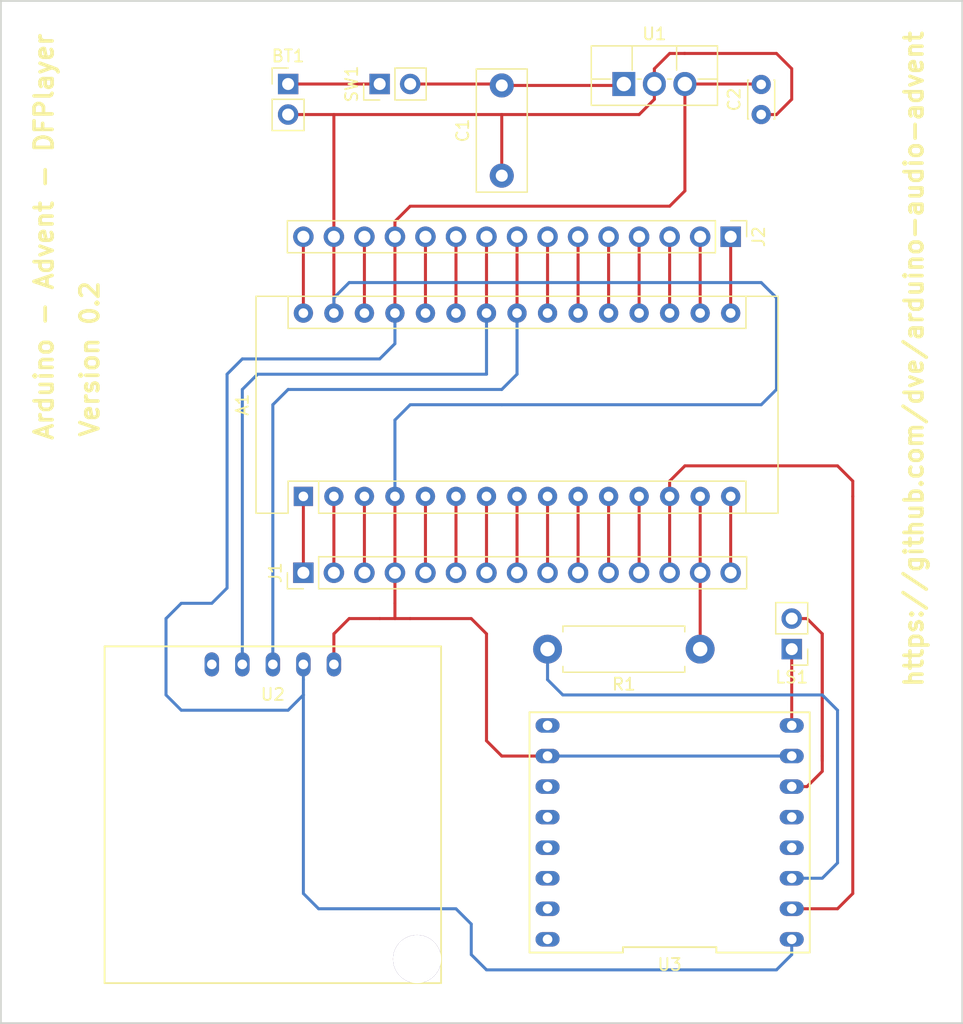
<source format=kicad_pcb>
(kicad_pcb (version 20171130) (host pcbnew 5.0.2+dfsg1-1)

  (general
    (thickness 1.6)
    (drawings 7)
    (tracks 139)
    (zones 0)
    (modules 12)
    (nets 35)
  )

  (page A4)
  (layers
    (0 F.Cu signal)
    (31 B.Cu signal)
    (32 B.Adhes user)
    (33 F.Adhes user)
    (34 B.Paste user)
    (35 F.Paste user)
    (36 B.SilkS user)
    (37 F.SilkS user)
    (38 B.Mask user)
    (39 F.Mask user)
    (40 Dwgs.User user)
    (41 Cmts.User user)
    (42 Eco1.User user)
    (43 Eco2.User user)
    (44 Edge.Cuts user)
    (45 Margin user)
    (46 B.CrtYd user)
    (47 F.CrtYd user)
    (48 B.Fab user hide)
    (49 F.Fab user)
  )

  (setup
    (last_trace_width 0.25)
    (trace_clearance 0.2)
    (zone_clearance 0.508)
    (zone_45_only no)
    (trace_min 0.2)
    (segment_width 0.2)
    (edge_width 0.15)
    (via_size 0.8)
    (via_drill 0.4)
    (via_min_size 0.4)
    (via_min_drill 0.3)
    (uvia_size 0.3)
    (uvia_drill 0.1)
    (uvias_allowed no)
    (uvia_min_size 0.2)
    (uvia_min_drill 0.1)
    (pcb_text_width 0.3)
    (pcb_text_size 1.5 1.5)
    (mod_edge_width 0.15)
    (mod_text_size 1 1)
    (mod_text_width 0.15)
    (pad_size 1.524 1.524)
    (pad_drill 0.762)
    (pad_to_mask_clearance 0.2)
    (solder_mask_min_width 0.25)
    (aux_axis_origin 0 0)
    (visible_elements FFFFFFFF)
    (pcbplotparams
      (layerselection 0x010f0_ffffffff)
      (usegerberextensions false)
      (usegerberattributes false)
      (usegerberadvancedattributes false)
      (creategerberjobfile false)
      (excludeedgelayer true)
      (linewidth 0.100000)
      (plotframeref false)
      (viasonmask false)
      (mode 1)
      (useauxorigin false)
      (hpglpennumber 1)
      (hpglpenspeed 20)
      (hpglpendiameter 15.000000)
      (psnegative false)
      (psa4output false)
      (plotreference true)
      (plotvalue true)
      (plotinvisibletext false)
      (padsonsilk false)
      (subtractmaskfromsilk false)
      (outputformat 1)
      (mirror false)
      (drillshape 0)
      (scaleselection 1)
      (outputdirectory "jlcpcb-gbr/"))
  )

  (net 0 "")
  (net 1 GND)
  (net 2 5V)
  (net 3 "Net-(BT1-Pad1)")
  (net 4 "Net-(C1-Pad2)")
  (net 5 "Net-(LS1-Pad2)")
  (net 6 "Net-(LS1-Pad1)")
  (net 7 "Net-(R1-Pad2)")
  (net 8 /D1)
  (net 9 /3V3)
  (net 10 /D0)
  (net 11 /Aref)
  (net 12 /Reset3)
  (net 13 /A0)
  (net 14 /A1)
  (net 15 /D2)
  (net 16 /A2)
  (net 17 /D3)
  (net 18 /A3)
  (net 19 /D4)
  (net 20 /D5)
  (net 21 /D6)
  (net 22 /A6)
  (net 23 /D7)
  (net 24 /A7)
  (net 25 /D8)
  (net 26 /D9)
  (net 27 /Reset28)
  (net 28 /Vin)
  (net 29 /D12)
  (net 30 /D13)
  (net 31 /A4)
  (net 32 /A5)
  (net 33 /D10)
  (net 34 /D11)

  (net_class Default "Dies ist die voreingestellte Netzklasse."
    (clearance 0.2)
    (trace_width 0.25)
    (via_dia 0.8)
    (via_drill 0.4)
    (uvia_dia 0.3)
    (uvia_drill 0.1)
    (add_net /3V3)
    (add_net /A0)
    (add_net /A1)
    (add_net /A2)
    (add_net /A3)
    (add_net /A4)
    (add_net /A5)
    (add_net /A6)
    (add_net /A7)
    (add_net /Aref)
    (add_net /D0)
    (add_net /D1)
    (add_net /D10)
    (add_net /D11)
    (add_net /D12)
    (add_net /D13)
    (add_net /D2)
    (add_net /D3)
    (add_net /D4)
    (add_net /D5)
    (add_net /D6)
    (add_net /D7)
    (add_net /D8)
    (add_net /D9)
    (add_net /Reset28)
    (add_net /Reset3)
    (add_net /Vin)
    (add_net 5V)
    (add_net GND)
    (add_net "Net-(BT1-Pad1)")
    (add_net "Net-(C1-Pad2)")
    (add_net "Net-(LS1-Pad1)")
    (add_net "Net-(LS1-Pad2)")
    (add_net "Net-(R1-Pad2)")
  )

  (module Advent:DFPlayerMini (layer F.Cu) (tedit 5C5EFFE8) (tstamp 5C7DD860)
    (at 120.65 104.14 90)
    (path /5C60D3F1)
    (fp_text reference U3 (at -10.99 0 -180) (layer F.SilkS)
      (effects (font (size 1 1) (thickness 0.15)))
    )
    (fp_text value DFPlayerMini (at 0 0 90) (layer F.Fab)
      (effects (font (size 1 1) (thickness 0.15)))
    )
    (fp_line (start -9.99 11.66) (end 9.99 11.66) (layer F.SilkS) (width 0.15))
    (fp_line (start 9.99 11.66) (end 9.99 -11.66) (layer F.SilkS) (width 0.15))
    (fp_line (start 9.99 -11.66) (end -9.99 -11.66) (layer F.SilkS) (width 0.15))
    (fp_line (start -9.99 -11.66) (end -9.99 -3.886666) (layer F.SilkS) (width 0.15))
    (fp_line (start -9.99 -3.886666) (end -9.54 -3.886666) (layer F.SilkS) (width 0.15))
    (fp_line (start -9.54 -3.886666) (end -9.54 3.886666) (layer F.SilkS) (width 0.15))
    (fp_line (start -9.54 3.886666) (end -9.99 3.886666) (layer F.SilkS) (width 0.15))
    (fp_line (start -9.99 3.886666) (end -9.99 11.66) (layer F.SilkS) (width 0.15))
    (fp_line (start -10.15 -11.8) (end 10.15 -11.8) (layer F.CrtYd) (width 0.05))
    (fp_line (start 10.15 -11.8) (end 10.15 11.8) (layer F.CrtYd) (width 0.05))
    (fp_line (start 10.15 11.8) (end -10.15 11.8) (layer F.CrtYd) (width 0.05))
    (fp_line (start -10.15 11.8) (end -10.15 -11.8) (layer F.CrtYd) (width 0.05))
    (pad 16 thru_hole oval (at -8.89 -10.16 90) (size 1.2 2) (drill 0.8) (layers *.Cu *.Mask))
    (pad 1 thru_hole oval (at -8.89 10.16 90) (size 1.2 2) (drill 0.8) (layers *.Cu *.Mask)
      (net 2 5V))
    (pad 15 thru_hole oval (at -6.35 -10.16 90) (size 1.2 2) (drill 0.8) (layers *.Cu *.Mask))
    (pad 2 thru_hole oval (at -6.35 10.16 90) (size 1.2 2) (drill 0.8) (layers *.Cu *.Mask)
      (net 33 /D10))
    (pad 14 thru_hole oval (at -3.81 -10.16 90) (size 1.2 2) (drill 0.8) (layers *.Cu *.Mask))
    (pad 3 thru_hole oval (at -3.81 10.16 90) (size 1.2 2) (drill 0.8) (layers *.Cu *.Mask)
      (net 7 "Net-(R1-Pad2)"))
    (pad 13 thru_hole oval (at -1.27 -10.16 90) (size 1.2 2) (drill 0.8) (layers *.Cu *.Mask))
    (pad 4 thru_hole oval (at -1.27 10.16 90) (size 1.2 2) (drill 0.8) (layers *.Cu *.Mask))
    (pad 12 thru_hole oval (at 1.27 -10.16 90) (size 1.2 2) (drill 0.8) (layers *.Cu *.Mask))
    (pad 5 thru_hole oval (at 1.27 10.16 90) (size 1.2 2) (drill 0.8) (layers *.Cu *.Mask))
    (pad 11 thru_hole oval (at 3.81 -10.16 90) (size 1.2 2) (drill 0.8) (layers *.Cu *.Mask))
    (pad 6 thru_hole oval (at 3.81 10.16 90) (size 1.2 2) (drill 0.8) (layers *.Cu *.Mask)
      (net 5 "Net-(LS1-Pad2)"))
    (pad 10 thru_hole oval (at 6.35 -10.16 90) (size 1.2 2) (drill 0.8) (layers *.Cu *.Mask)
      (net 1 GND))
    (pad 7 thru_hole oval (at 6.35 10.16 90) (size 1.2 2) (drill 0.8) (layers *.Cu *.Mask)
      (net 1 GND))
    (pad 9 thru_hole oval (at 8.89 -10.16 90) (size 1.2 2) (drill 0.8) (layers *.Cu *.Mask))
    (pad 8 thru_hole oval (at 8.89 10.16 90) (size 1.2 2) (drill 0.8) (layers *.Cu *.Mask)
      (net 6 "Net-(LS1-Pad1)"))
  )

  (module Resistor_THT:R_Axial_DIN0411_L9.9mm_D3.6mm_P12.70mm_Horizontal (layer F.Cu) (tedit 5AE5139B) (tstamp 5C7DEC9F)
    (at 123.19 88.9 180)
    (descr "Resistor, Axial_DIN0411 series, Axial, Horizontal, pin pitch=12.7mm, 1W, length*diameter=9.9*3.6mm^2")
    (tags "Resistor Axial_DIN0411 series Axial Horizontal pin pitch 12.7mm 1W length 9.9mm diameter 3.6mm")
    (path /5C60855E)
    (fp_text reference R1 (at 6.35 -2.92 180) (layer F.SilkS)
      (effects (font (size 1 1) (thickness 0.15)))
    )
    (fp_text value R (at 6.35 2.92 180) (layer F.Fab)
      (effects (font (size 1 1) (thickness 0.15)))
    )
    (fp_line (start 1.4 -1.8) (end 1.4 1.8) (layer F.Fab) (width 0.1))
    (fp_line (start 1.4 1.8) (end 11.3 1.8) (layer F.Fab) (width 0.1))
    (fp_line (start 11.3 1.8) (end 11.3 -1.8) (layer F.Fab) (width 0.1))
    (fp_line (start 11.3 -1.8) (end 1.4 -1.8) (layer F.Fab) (width 0.1))
    (fp_line (start 0 0) (end 1.4 0) (layer F.Fab) (width 0.1))
    (fp_line (start 12.7 0) (end 11.3 0) (layer F.Fab) (width 0.1))
    (fp_line (start 1.28 -1.44) (end 1.28 -1.92) (layer F.SilkS) (width 0.12))
    (fp_line (start 1.28 -1.92) (end 11.42 -1.92) (layer F.SilkS) (width 0.12))
    (fp_line (start 11.42 -1.92) (end 11.42 -1.44) (layer F.SilkS) (width 0.12))
    (fp_line (start 1.28 1.44) (end 1.28 1.92) (layer F.SilkS) (width 0.12))
    (fp_line (start 1.28 1.92) (end 11.42 1.92) (layer F.SilkS) (width 0.12))
    (fp_line (start 11.42 1.92) (end 11.42 1.44) (layer F.SilkS) (width 0.12))
    (fp_line (start -1.45 -2.05) (end -1.45 2.05) (layer F.CrtYd) (width 0.05))
    (fp_line (start -1.45 2.05) (end 14.15 2.05) (layer F.CrtYd) (width 0.05))
    (fp_line (start 14.15 2.05) (end 14.15 -2.05) (layer F.CrtYd) (width 0.05))
    (fp_line (start 14.15 -2.05) (end -1.45 -2.05) (layer F.CrtYd) (width 0.05))
    (fp_text user %R (at 6.35 0 180) (layer F.Fab)
      (effects (font (size 1 1) (thickness 0.15)))
    )
    (pad 1 thru_hole circle (at 0 0 180) (size 2.4 2.4) (drill 1.2) (layers *.Cu *.Mask)
      (net 34 /D11))
    (pad 2 thru_hole oval (at 12.7 0 180) (size 2.4 2.4) (drill 1.2) (layers *.Cu *.Mask)
      (net 7 "Net-(R1-Pad2)"))
    (model ${KISYS3DMOD}/Resistor_THT.3dshapes/R_Axial_DIN0411_L9.9mm_D3.6mm_P12.70mm_Horizontal.wrl
      (at (xyz 0 0 0))
      (scale (xyz 1 1 1))
      (rotate (xyz 0 0 0))
    )
  )

  (module Module:Arduino_Nano (layer F.Cu) (tedit 58ACAF70) (tstamp 5C7DD919)
    (at 90.17 76.2 90)
    (descr "Arduino Nano, http://www.mouser.com/pdfdocs/Gravitech_Arduino_Nano3_0.pdf")
    (tags "Arduino Nano")
    (path /5C5F4838)
    (fp_text reference A1 (at 7.62 -5.08 90) (layer F.SilkS)
      (effects (font (size 1 1) (thickness 0.15)))
    )
    (fp_text value Arduino_Nano_v3.x (at 8.89 19.05 180) (layer F.Fab)
      (effects (font (size 1 1) (thickness 0.15)))
    )
    (fp_text user %R (at 6.35 19.05 180) (layer F.Fab)
      (effects (font (size 1 1) (thickness 0.15)))
    )
    (fp_line (start 1.27 1.27) (end 1.27 -1.27) (layer F.SilkS) (width 0.12))
    (fp_line (start 1.27 -1.27) (end -1.4 -1.27) (layer F.SilkS) (width 0.12))
    (fp_line (start -1.4 1.27) (end -1.4 39.5) (layer F.SilkS) (width 0.12))
    (fp_line (start -1.4 -3.94) (end -1.4 -1.27) (layer F.SilkS) (width 0.12))
    (fp_line (start 13.97 -1.27) (end 16.64 -1.27) (layer F.SilkS) (width 0.12))
    (fp_line (start 13.97 -1.27) (end 13.97 36.83) (layer F.SilkS) (width 0.12))
    (fp_line (start 13.97 36.83) (end 16.64 36.83) (layer F.SilkS) (width 0.12))
    (fp_line (start 1.27 1.27) (end -1.4 1.27) (layer F.SilkS) (width 0.12))
    (fp_line (start 1.27 1.27) (end 1.27 36.83) (layer F.SilkS) (width 0.12))
    (fp_line (start 1.27 36.83) (end -1.4 36.83) (layer F.SilkS) (width 0.12))
    (fp_line (start 3.81 31.75) (end 11.43 31.75) (layer F.Fab) (width 0.1))
    (fp_line (start 11.43 31.75) (end 11.43 41.91) (layer F.Fab) (width 0.1))
    (fp_line (start 11.43 41.91) (end 3.81 41.91) (layer F.Fab) (width 0.1))
    (fp_line (start 3.81 41.91) (end 3.81 31.75) (layer F.Fab) (width 0.1))
    (fp_line (start -1.4 39.5) (end 16.64 39.5) (layer F.SilkS) (width 0.12))
    (fp_line (start 16.64 39.5) (end 16.64 -3.94) (layer F.SilkS) (width 0.12))
    (fp_line (start 16.64 -3.94) (end -1.4 -3.94) (layer F.SilkS) (width 0.12))
    (fp_line (start 16.51 39.37) (end -1.27 39.37) (layer F.Fab) (width 0.1))
    (fp_line (start -1.27 39.37) (end -1.27 -2.54) (layer F.Fab) (width 0.1))
    (fp_line (start -1.27 -2.54) (end 0 -3.81) (layer F.Fab) (width 0.1))
    (fp_line (start 0 -3.81) (end 16.51 -3.81) (layer F.Fab) (width 0.1))
    (fp_line (start 16.51 -3.81) (end 16.51 39.37) (layer F.Fab) (width 0.1))
    (fp_line (start -1.53 -4.06) (end 16.75 -4.06) (layer F.CrtYd) (width 0.05))
    (fp_line (start -1.53 -4.06) (end -1.53 42.16) (layer F.CrtYd) (width 0.05))
    (fp_line (start 16.75 42.16) (end 16.75 -4.06) (layer F.CrtYd) (width 0.05))
    (fp_line (start 16.75 42.16) (end -1.53 42.16) (layer F.CrtYd) (width 0.05))
    (pad 1 thru_hole rect (at 0 0 90) (size 1.6 1.6) (drill 0.8) (layers *.Cu *.Mask)
      (net 8 /D1))
    (pad 17 thru_hole oval (at 15.24 33.02 90) (size 1.6 1.6) (drill 0.8) (layers *.Cu *.Mask)
      (net 9 /3V3))
    (pad 2 thru_hole oval (at 0 2.54 90) (size 1.6 1.6) (drill 0.8) (layers *.Cu *.Mask)
      (net 10 /D0))
    (pad 18 thru_hole oval (at 15.24 30.48 90) (size 1.6 1.6) (drill 0.8) (layers *.Cu *.Mask)
      (net 11 /Aref))
    (pad 3 thru_hole oval (at 0 5.08 90) (size 1.6 1.6) (drill 0.8) (layers *.Cu *.Mask)
      (net 12 /Reset3))
    (pad 19 thru_hole oval (at 15.24 27.94 90) (size 1.6 1.6) (drill 0.8) (layers *.Cu *.Mask)
      (net 13 /A0))
    (pad 4 thru_hole oval (at 0 7.62 90) (size 1.6 1.6) (drill 0.8) (layers *.Cu *.Mask)
      (net 1 GND))
    (pad 20 thru_hole oval (at 15.24 25.4 90) (size 1.6 1.6) (drill 0.8) (layers *.Cu *.Mask)
      (net 14 /A1))
    (pad 5 thru_hole oval (at 0 10.16 90) (size 1.6 1.6) (drill 0.8) (layers *.Cu *.Mask)
      (net 15 /D2))
    (pad 21 thru_hole oval (at 15.24 22.86 90) (size 1.6 1.6) (drill 0.8) (layers *.Cu *.Mask)
      (net 16 /A2))
    (pad 6 thru_hole oval (at 0 12.7 90) (size 1.6 1.6) (drill 0.8) (layers *.Cu *.Mask)
      (net 17 /D3))
    (pad 22 thru_hole oval (at 15.24 20.32 90) (size 1.6 1.6) (drill 0.8) (layers *.Cu *.Mask)
      (net 18 /A3))
    (pad 7 thru_hole oval (at 0 15.24 90) (size 1.6 1.6) (drill 0.8) (layers *.Cu *.Mask)
      (net 19 /D4))
    (pad 23 thru_hole oval (at 15.24 17.78 90) (size 1.6 1.6) (drill 0.8) (layers *.Cu *.Mask)
      (net 31 /A4))
    (pad 8 thru_hole oval (at 0 17.78 90) (size 1.6 1.6) (drill 0.8) (layers *.Cu *.Mask)
      (net 20 /D5))
    (pad 24 thru_hole oval (at 15.24 15.24 90) (size 1.6 1.6) (drill 0.8) (layers *.Cu *.Mask)
      (net 32 /A5))
    (pad 9 thru_hole oval (at 0 20.32 90) (size 1.6 1.6) (drill 0.8) (layers *.Cu *.Mask)
      (net 21 /D6))
    (pad 25 thru_hole oval (at 15.24 12.7 90) (size 1.6 1.6) (drill 0.8) (layers *.Cu *.Mask)
      (net 22 /A6))
    (pad 10 thru_hole oval (at 0 22.86 90) (size 1.6 1.6) (drill 0.8) (layers *.Cu *.Mask)
      (net 23 /D7))
    (pad 26 thru_hole oval (at 15.24 10.16 90) (size 1.6 1.6) (drill 0.8) (layers *.Cu *.Mask)
      (net 24 /A7))
    (pad 11 thru_hole oval (at 0 25.4 90) (size 1.6 1.6) (drill 0.8) (layers *.Cu *.Mask)
      (net 25 /D8))
    (pad 27 thru_hole oval (at 15.24 7.62 90) (size 1.6 1.6) (drill 0.8) (layers *.Cu *.Mask)
      (net 2 5V))
    (pad 12 thru_hole oval (at 0 27.94 90) (size 1.6 1.6) (drill 0.8) (layers *.Cu *.Mask)
      (net 26 /D9))
    (pad 28 thru_hole oval (at 15.24 5.08 90) (size 1.6 1.6) (drill 0.8) (layers *.Cu *.Mask)
      (net 27 /Reset28))
    (pad 13 thru_hole oval (at 0 30.48 90) (size 1.6 1.6) (drill 0.8) (layers *.Cu *.Mask)
      (net 33 /D10))
    (pad 29 thru_hole oval (at 15.24 2.54 90) (size 1.6 1.6) (drill 0.8) (layers *.Cu *.Mask)
      (net 1 GND))
    (pad 14 thru_hole oval (at 0 33.02 90) (size 1.6 1.6) (drill 0.8) (layers *.Cu *.Mask)
      (net 34 /D11))
    (pad 30 thru_hole oval (at 15.24 0 90) (size 1.6 1.6) (drill 0.8) (layers *.Cu *.Mask)
      (net 28 /Vin))
    (pad 15 thru_hole oval (at 0 35.56 90) (size 1.6 1.6) (drill 0.8) (layers *.Cu *.Mask)
      (net 29 /D12))
    (pad 16 thru_hole oval (at 15.24 35.56 90) (size 1.6 1.6) (drill 0.8) (layers *.Cu *.Mask)
      (net 30 /D13))
    (model ${KISYS3DMOD}/Module.3dshapes/Arduino_Nano_WithMountingHoles.wrl
      (at (xyz 0 0 0))
      (scale (xyz 1 1 1))
      (rotate (xyz 0 0 0))
    )
  )

  (module Connector_PinHeader_2.54mm:PinHeader_1x02_P2.54mm_Vertical (layer F.Cu) (tedit 59FED5CC) (tstamp 5C7DD7D5)
    (at 88.9 41.91)
    (descr "Through hole straight pin header, 1x02, 2.54mm pitch, single row")
    (tags "Through hole pin header THT 1x02 2.54mm single row")
    (path /5C5F3B5B)
    (fp_text reference BT1 (at 0 -2.33) (layer F.SilkS)
      (effects (font (size 1 1) (thickness 0.15)))
    )
    (fp_text value Battery (at 0 4.87) (layer F.Fab)
      (effects (font (size 1 1) (thickness 0.15)))
    )
    (fp_line (start -0.635 -1.27) (end 1.27 -1.27) (layer F.Fab) (width 0.1))
    (fp_line (start 1.27 -1.27) (end 1.27 3.81) (layer F.Fab) (width 0.1))
    (fp_line (start 1.27 3.81) (end -1.27 3.81) (layer F.Fab) (width 0.1))
    (fp_line (start -1.27 3.81) (end -1.27 -0.635) (layer F.Fab) (width 0.1))
    (fp_line (start -1.27 -0.635) (end -0.635 -1.27) (layer F.Fab) (width 0.1))
    (fp_line (start -1.33 3.87) (end 1.33 3.87) (layer F.SilkS) (width 0.12))
    (fp_line (start -1.33 1.27) (end -1.33 3.87) (layer F.SilkS) (width 0.12))
    (fp_line (start 1.33 1.27) (end 1.33 3.87) (layer F.SilkS) (width 0.12))
    (fp_line (start -1.33 1.27) (end 1.33 1.27) (layer F.SilkS) (width 0.12))
    (fp_line (start -1.33 0) (end -1.33 -1.33) (layer F.SilkS) (width 0.12))
    (fp_line (start -1.33 -1.33) (end 0 -1.33) (layer F.SilkS) (width 0.12))
    (fp_line (start -1.8 -1.8) (end -1.8 4.35) (layer F.CrtYd) (width 0.05))
    (fp_line (start -1.8 4.35) (end 1.8 4.35) (layer F.CrtYd) (width 0.05))
    (fp_line (start 1.8 4.35) (end 1.8 -1.8) (layer F.CrtYd) (width 0.05))
    (fp_line (start 1.8 -1.8) (end -1.8 -1.8) (layer F.CrtYd) (width 0.05))
    (fp_text user %R (at 0 1.27 90) (layer F.Fab)
      (effects (font (size 1 1) (thickness 0.15)))
    )
    (pad 1 thru_hole rect (at 0 0) (size 1.7 1.7) (drill 1) (layers *.Cu *.Mask)
      (net 3 "Net-(BT1-Pad1)"))
    (pad 2 thru_hole oval (at 0 2.54) (size 1.7 1.7) (drill 1) (layers *.Cu *.Mask)
      (net 1 GND))
    (model ${KISYS3DMOD}/Connector_PinHeader_2.54mm.3dshapes/PinHeader_1x02_P2.54mm_Vertical.wrl
      (at (xyz 0 0 0))
      (scale (xyz 1 1 1))
      (rotate (xyz 0 0 0))
    )
  )

  (module Capacitor_THT:C_Rect_L10.0mm_W4.0mm_P7.50mm_FKS3_FKP3 (layer F.Cu) (tedit 5AE50EF0) (tstamp 5C7DD9D6)
    (at 106.68 49.53 90)
    (descr "C, Rect series, Radial, pin pitch=7.50mm, , length*width=10*4mm^2, Capacitor, http://www.wima.com/EN/WIMA_FKS_3.pdf")
    (tags "C Rect series Radial pin pitch 7.50mm  length 10mm width 4mm Capacitor")
    (path /5C5F3D37)
    (fp_text reference C1 (at 3.75 -3.25 90) (layer F.SilkS)
      (effects (font (size 1 1) (thickness 0.15)))
    )
    (fp_text value C (at 3.75 3.25 90) (layer F.Fab)
      (effects (font (size 1 1) (thickness 0.15)))
    )
    (fp_line (start -1.25 -2) (end -1.25 2) (layer F.Fab) (width 0.1))
    (fp_line (start -1.25 2) (end 8.75 2) (layer F.Fab) (width 0.1))
    (fp_line (start 8.75 2) (end 8.75 -2) (layer F.Fab) (width 0.1))
    (fp_line (start 8.75 -2) (end -1.25 -2) (layer F.Fab) (width 0.1))
    (fp_line (start -1.37 -2.12) (end 8.87 -2.12) (layer F.SilkS) (width 0.12))
    (fp_line (start -1.37 2.12) (end 8.87 2.12) (layer F.SilkS) (width 0.12))
    (fp_line (start -1.37 -2.12) (end -1.37 2.12) (layer F.SilkS) (width 0.12))
    (fp_line (start 8.87 -2.12) (end 8.87 2.12) (layer F.SilkS) (width 0.12))
    (fp_line (start -1.5 -2.25) (end -1.5 2.25) (layer F.CrtYd) (width 0.05))
    (fp_line (start -1.5 2.25) (end 9 2.25) (layer F.CrtYd) (width 0.05))
    (fp_line (start 9 2.25) (end 9 -2.25) (layer F.CrtYd) (width 0.05))
    (fp_line (start 9 -2.25) (end -1.5 -2.25) (layer F.CrtYd) (width 0.05))
    (fp_text user %R (at 3.75 0 180) (layer F.Fab)
      (effects (font (size 1 1) (thickness 0.15)))
    )
    (pad 1 thru_hole circle (at 0 0 90) (size 2 2) (drill 1) (layers *.Cu *.Mask)
      (net 1 GND))
    (pad 2 thru_hole circle (at 7.5 0 90) (size 2 2) (drill 1) (layers *.Cu *.Mask)
      (net 4 "Net-(C1-Pad2)"))
    (model ${KISYS3DMOD}/Capacitor_THT.3dshapes/C_Rect_L10.0mm_W4.0mm_P7.50mm_FKS3_FKP3.wrl
      (at (xyz 0 0 0))
      (scale (xyz 1 1 1))
      (rotate (xyz 0 0 0))
    )
  )

  (module Capacitor_THT:C_Disc_D3.0mm_W2.0mm_P2.50mm (layer F.Cu) (tedit 5AE50EF0) (tstamp 5C7DDA0E)
    (at 128.27 44.45 90)
    (descr "C, Disc series, Radial, pin pitch=2.50mm, , diameter*width=3*2mm^2, Capacitor")
    (tags "C Disc series Radial pin pitch 2.50mm  diameter 3mm width 2mm Capacitor")
    (path /5C5F3F64)
    (fp_text reference C2 (at 1.25 -2.25 90) (layer F.SilkS)
      (effects (font (size 1 1) (thickness 0.15)))
    )
    (fp_text value C (at 1.25 2.25 90) (layer F.Fab)
      (effects (font (size 1 1) (thickness 0.15)))
    )
    (fp_line (start -0.25 -1) (end -0.25 1) (layer F.Fab) (width 0.1))
    (fp_line (start -0.25 1) (end 2.75 1) (layer F.Fab) (width 0.1))
    (fp_line (start 2.75 1) (end 2.75 -1) (layer F.Fab) (width 0.1))
    (fp_line (start 2.75 -1) (end -0.25 -1) (layer F.Fab) (width 0.1))
    (fp_line (start -0.37 -1.12) (end 2.87 -1.12) (layer F.SilkS) (width 0.12))
    (fp_line (start -0.37 1.12) (end 2.87 1.12) (layer F.SilkS) (width 0.12))
    (fp_line (start -0.37 -1.12) (end -0.37 -1.055) (layer F.SilkS) (width 0.12))
    (fp_line (start -0.37 1.055) (end -0.37 1.12) (layer F.SilkS) (width 0.12))
    (fp_line (start 2.87 -1.12) (end 2.87 -1.055) (layer F.SilkS) (width 0.12))
    (fp_line (start 2.87 1.055) (end 2.87 1.12) (layer F.SilkS) (width 0.12))
    (fp_line (start -1.05 -1.25) (end -1.05 1.25) (layer F.CrtYd) (width 0.05))
    (fp_line (start -1.05 1.25) (end 3.55 1.25) (layer F.CrtYd) (width 0.05))
    (fp_line (start 3.55 1.25) (end 3.55 -1.25) (layer F.CrtYd) (width 0.05))
    (fp_line (start 3.55 -1.25) (end -1.05 -1.25) (layer F.CrtYd) (width 0.05))
    (fp_text user %R (at 1.27 -3.85 90) (layer F.Fab)
      (effects (font (size 0.6 0.6) (thickness 0.09)))
    )
    (pad 1 thru_hole circle (at 0 0 90) (size 1.6 1.6) (drill 0.8) (layers *.Cu *.Mask)
      (net 1 GND))
    (pad 2 thru_hole circle (at 2.5 0 90) (size 1.6 1.6) (drill 0.8) (layers *.Cu *.Mask)
      (net 2 5V))
    (model ${KISYS3DMOD}/Capacitor_THT.3dshapes/C_Disc_D3.0mm_W2.0mm_P2.50mm.wrl
      (at (xyz 0 0 0))
      (scale (xyz 1 1 1))
      (rotate (xyz 0 0 0))
    )
  )

  (module Connector_PinHeader_2.54mm:PinHeader_1x02_P2.54mm_Vertical (layer F.Cu) (tedit 59FED5CC) (tstamp 5C7DEEC3)
    (at 130.81 88.9 180)
    (descr "Through hole straight pin header, 1x02, 2.54mm pitch, single row")
    (tags "Through hole pin header THT 1x02 2.54mm single row")
    (path /5C6054EA)
    (fp_text reference LS1 (at 0 -2.33 180) (layer F.SilkS)
      (effects (font (size 1 1) (thickness 0.15)))
    )
    (fp_text value Speaker (at 0 4.87 180) (layer F.Fab)
      (effects (font (size 1 1) (thickness 0.15)))
    )
    (fp_text user %R (at 0 1.27 90) (layer F.Fab)
      (effects (font (size 1 1) (thickness 0.15)))
    )
    (fp_line (start 1.8 -1.8) (end -1.8 -1.8) (layer F.CrtYd) (width 0.05))
    (fp_line (start 1.8 4.35) (end 1.8 -1.8) (layer F.CrtYd) (width 0.05))
    (fp_line (start -1.8 4.35) (end 1.8 4.35) (layer F.CrtYd) (width 0.05))
    (fp_line (start -1.8 -1.8) (end -1.8 4.35) (layer F.CrtYd) (width 0.05))
    (fp_line (start -1.33 -1.33) (end 0 -1.33) (layer F.SilkS) (width 0.12))
    (fp_line (start -1.33 0) (end -1.33 -1.33) (layer F.SilkS) (width 0.12))
    (fp_line (start -1.33 1.27) (end 1.33 1.27) (layer F.SilkS) (width 0.12))
    (fp_line (start 1.33 1.27) (end 1.33 3.87) (layer F.SilkS) (width 0.12))
    (fp_line (start -1.33 1.27) (end -1.33 3.87) (layer F.SilkS) (width 0.12))
    (fp_line (start -1.33 3.87) (end 1.33 3.87) (layer F.SilkS) (width 0.12))
    (fp_line (start -1.27 -0.635) (end -0.635 -1.27) (layer F.Fab) (width 0.1))
    (fp_line (start -1.27 3.81) (end -1.27 -0.635) (layer F.Fab) (width 0.1))
    (fp_line (start 1.27 3.81) (end -1.27 3.81) (layer F.Fab) (width 0.1))
    (fp_line (start 1.27 -1.27) (end 1.27 3.81) (layer F.Fab) (width 0.1))
    (fp_line (start -0.635 -1.27) (end 1.27 -1.27) (layer F.Fab) (width 0.1))
    (pad 2 thru_hole oval (at 0 2.54 180) (size 1.7 1.7) (drill 1) (layers *.Cu *.Mask)
      (net 5 "Net-(LS1-Pad2)"))
    (pad 1 thru_hole rect (at 0 0 180) (size 1.7 1.7) (drill 1) (layers *.Cu *.Mask)
      (net 6 "Net-(LS1-Pad1)"))
    (model ${KISYS3DMOD}/Connector_PinHeader_2.54mm.3dshapes/PinHeader_1x02_P2.54mm_Vertical.wrl
      (at (xyz 0 0 0))
      (scale (xyz 1 1 1))
      (rotate (xyz 0 0 0))
    )
  )

  (module Connector_PinHeader_2.54mm:PinHeader_1x02_P2.54mm_Vertical (layer F.Cu) (tedit 59FED5CC) (tstamp 5C7DE3FC)
    (at 96.52 41.91 90)
    (descr "Through hole straight pin header, 1x02, 2.54mm pitch, single row")
    (tags "Through hole pin header THT 1x02 2.54mm single row")
    (path /5C608860)
    (fp_text reference SW1 (at 0 -2.33 90) (layer F.SilkS)
      (effects (font (size 1 1) (thickness 0.15)))
    )
    (fp_text value SW_SPST (at 0 4.87 90) (layer F.Fab)
      (effects (font (size 1 1) (thickness 0.15)))
    )
    (fp_line (start -0.635 -1.27) (end 1.27 -1.27) (layer F.Fab) (width 0.1))
    (fp_line (start 1.27 -1.27) (end 1.27 3.81) (layer F.Fab) (width 0.1))
    (fp_line (start 1.27 3.81) (end -1.27 3.81) (layer F.Fab) (width 0.1))
    (fp_line (start -1.27 3.81) (end -1.27 -0.635) (layer F.Fab) (width 0.1))
    (fp_line (start -1.27 -0.635) (end -0.635 -1.27) (layer F.Fab) (width 0.1))
    (fp_line (start -1.33 3.87) (end 1.33 3.87) (layer F.SilkS) (width 0.12))
    (fp_line (start -1.33 1.27) (end -1.33 3.87) (layer F.SilkS) (width 0.12))
    (fp_line (start 1.33 1.27) (end 1.33 3.87) (layer F.SilkS) (width 0.12))
    (fp_line (start -1.33 1.27) (end 1.33 1.27) (layer F.SilkS) (width 0.12))
    (fp_line (start -1.33 0) (end -1.33 -1.33) (layer F.SilkS) (width 0.12))
    (fp_line (start -1.33 -1.33) (end 0 -1.33) (layer F.SilkS) (width 0.12))
    (fp_line (start -1.8 -1.8) (end -1.8 4.35) (layer F.CrtYd) (width 0.05))
    (fp_line (start -1.8 4.35) (end 1.8 4.35) (layer F.CrtYd) (width 0.05))
    (fp_line (start 1.8 4.35) (end 1.8 -1.8) (layer F.CrtYd) (width 0.05))
    (fp_line (start 1.8 -1.8) (end -1.8 -1.8) (layer F.CrtYd) (width 0.05))
    (fp_text user %R (at 0 1.27 180) (layer F.Fab)
      (effects (font (size 1 1) (thickness 0.15)))
    )
    (pad 1 thru_hole rect (at 0 0 90) (size 1.7 1.7) (drill 1) (layers *.Cu *.Mask)
      (net 3 "Net-(BT1-Pad1)"))
    (pad 2 thru_hole oval (at 0 2.54 90) (size 1.7 1.7) (drill 1) (layers *.Cu *.Mask)
      (net 4 "Net-(C1-Pad2)"))
    (model ${KISYS3DMOD}/Connector_PinHeader_2.54mm.3dshapes/PinHeader_1x02_P2.54mm_Vertical.wrl
      (at (xyz 0 0 0))
      (scale (xyz 1 1 1))
      (rotate (xyz 0 0 0))
    )
  )

  (module Package_TO_SOT_THT:TO-220F-3_Vertical (layer F.Cu) (tedit 5AC8BA0D) (tstamp 5C7DDA91)
    (at 116.84 41.91)
    (descr "TO-220F-3, Vertical, RM 2.54mm, see http://www.st.com/resource/en/datasheet/stp20nm60.pdf")
    (tags "TO-220F-3 Vertical RM 2.54mm")
    (path /5C5F41C6)
    (fp_text reference U1 (at 2.54 -4.1675) (layer F.SilkS)
      (effects (font (size 1 1) (thickness 0.15)))
    )
    (fp_text value L7805 (at 2.54 2.9025) (layer F.Fab)
      (effects (font (size 1 1) (thickness 0.15)))
    )
    (fp_line (start -2.59 -3.0475) (end -2.59 1.6525) (layer F.Fab) (width 0.1))
    (fp_line (start -2.59 1.6525) (end 7.67 1.6525) (layer F.Fab) (width 0.1))
    (fp_line (start 7.67 1.6525) (end 7.67 -3.0475) (layer F.Fab) (width 0.1))
    (fp_line (start 7.67 -3.0475) (end -2.59 -3.0475) (layer F.Fab) (width 0.1))
    (fp_line (start -2.59 -0.5275) (end 7.67 -0.5275) (layer F.Fab) (width 0.1))
    (fp_line (start 0.69 -3.0475) (end 0.69 -0.5275) (layer F.Fab) (width 0.1))
    (fp_line (start 4.39 -3.0475) (end 4.39 -0.5275) (layer F.Fab) (width 0.1))
    (fp_line (start -2.71 -3.168) (end 7.79 -3.168) (layer F.SilkS) (width 0.12))
    (fp_line (start -2.71 1.773) (end 7.79 1.773) (layer F.SilkS) (width 0.12))
    (fp_line (start -2.71 -3.168) (end -2.71 1.773) (layer F.SilkS) (width 0.12))
    (fp_line (start 7.79 -3.168) (end 7.79 1.773) (layer F.SilkS) (width 0.12))
    (fp_line (start -2.71 -0.408) (end -1.103 -0.408) (layer F.SilkS) (width 0.12))
    (fp_line (start 1.103 -0.408) (end 1.438 -0.408) (layer F.SilkS) (width 0.12))
    (fp_line (start 3.643 -0.408) (end 3.978 -0.408) (layer F.SilkS) (width 0.12))
    (fp_line (start 6.183 -0.408) (end 7.79 -0.408) (layer F.SilkS) (width 0.12))
    (fp_line (start 0.69 -3.168) (end 0.69 -1.15) (layer F.SilkS) (width 0.12))
    (fp_line (start 4.391 -3.168) (end 4.391 -1.15) (layer F.SilkS) (width 0.12))
    (fp_line (start -2.84 -3.3) (end -2.84 1.91) (layer F.CrtYd) (width 0.05))
    (fp_line (start -2.84 1.91) (end 7.92 1.91) (layer F.CrtYd) (width 0.05))
    (fp_line (start 7.92 1.91) (end 7.92 -3.3) (layer F.CrtYd) (width 0.05))
    (fp_line (start 7.92 -3.3) (end -2.84 -3.3) (layer F.CrtYd) (width 0.05))
    (fp_text user %R (at 2.54 -4.1675) (layer F.Fab)
      (effects (font (size 1 1) (thickness 0.15)))
    )
    (pad 1 thru_hole rect (at 0 0) (size 1.905 2) (drill 1.2) (layers *.Cu *.Mask)
      (net 4 "Net-(C1-Pad2)"))
    (pad 2 thru_hole oval (at 2.54 0) (size 1.905 2) (drill 1.2) (layers *.Cu *.Mask)
      (net 1 GND))
    (pad 3 thru_hole oval (at 5.08 0) (size 1.905 2) (drill 1.2) (layers *.Cu *.Mask)
      (net 2 5V))
    (model ${KISYS3DMOD}/Package_TO_SOT_THT.3dshapes/TO-220F-3_Vertical.wrl
      (at (xyz 0 0 0))
      (scale (xyz 1 1 1))
      (rotate (xyz 0 0 0))
    )
  )

  (module Connector_PinHeader_2.54mm:PinHeader_1x15_P2.54mm_Vertical (layer F.Cu) (tedit 5D3079F7) (tstamp 5D3C9E1D)
    (at 90.17 82.55 90)
    (descr "Through hole straight pin header, 1x15, 2.54mm pitch, single row")
    (tags "Through hole pin header THT 1x15 2.54mm single row")
    (path /5D357754)
    (fp_text reference J1 (at 0 -2.33 90) (layer F.SilkS)
      (effects (font (size 1 1) (thickness 0.15)))
    )
    (fp_text value Conn_01x15_Male (at 0 37.89 90) (layer F.Fab)
      (effects (font (size 1 1) (thickness 0.15)))
    )
    (fp_line (start -0.635 -1.27) (end 1.27 -1.27) (layer F.Fab) (width 0.1))
    (fp_line (start 1.27 -1.27) (end 1.27 36.83) (layer F.Fab) (width 0.1))
    (fp_line (start 1.27 36.83) (end -1.27 36.83) (layer F.Fab) (width 0.1))
    (fp_line (start -1.27 36.83) (end -1.27 -0.635) (layer F.Fab) (width 0.1))
    (fp_line (start -1.27 -0.635) (end -0.635 -1.27) (layer F.Fab) (width 0.1))
    (fp_line (start -1.33 36.89) (end 1.33 36.89) (layer F.SilkS) (width 0.12))
    (fp_line (start -1.33 1.27) (end -1.33 36.89) (layer F.SilkS) (width 0.12))
    (fp_line (start 1.33 1.27) (end 1.33 36.89) (layer F.SilkS) (width 0.12))
    (fp_line (start -1.33 1.27) (end 1.33 1.27) (layer F.SilkS) (width 0.12))
    (fp_line (start -1.33 0) (end -1.33 -1.33) (layer F.SilkS) (width 0.12))
    (fp_line (start -1.33 -1.33) (end 0 -1.33) (layer F.SilkS) (width 0.12))
    (fp_line (start -1.8 -1.8) (end -1.8 37.35) (layer F.CrtYd) (width 0.05))
    (fp_line (start -1.8 37.35) (end 1.8 37.35) (layer F.CrtYd) (width 0.05))
    (fp_line (start 1.8 37.35) (end 1.8 -1.8) (layer F.CrtYd) (width 0.05))
    (fp_line (start 1.8 -1.8) (end -1.8 -1.8) (layer F.CrtYd) (width 0.05))
    (fp_text user %R (at 0 17.78 180) (layer F.Fab)
      (effects (font (size 1 1) (thickness 0.15)))
    )
    (pad 1 thru_hole rect (at 0 0 90) (size 1.7 1.7) (drill 1) (layers *.Cu *.Mask)
      (net 8 /D1))
    (pad 2 thru_hole oval (at 0 2.54 90) (size 1.7 1.7) (drill 1) (layers *.Cu *.Mask)
      (net 10 /D0))
    (pad 3 thru_hole oval (at 0 5.08 90) (size 1.7 1.7) (drill 1) (layers *.Cu *.Mask)
      (net 12 /Reset3))
    (pad 4 thru_hole oval (at 0 7.62 90) (size 1.7 1.7) (drill 1) (layers *.Cu *.Mask)
      (net 1 GND))
    (pad 5 thru_hole oval (at 0 10.16 90) (size 1.7 1.7) (drill 1) (layers *.Cu *.Mask)
      (net 15 /D2))
    (pad 6 thru_hole oval (at 0 12.7 90) (size 1.7 1.7) (drill 1) (layers *.Cu *.Mask)
      (net 17 /D3))
    (pad 7 thru_hole oval (at 0 15.24 90) (size 1.7 1.7) (drill 1) (layers *.Cu *.Mask)
      (net 19 /D4))
    (pad 8 thru_hole oval (at 0 17.78 90) (size 1.7 1.7) (drill 1) (layers *.Cu *.Mask)
      (net 20 /D5))
    (pad 9 thru_hole oval (at 0 20.32 90) (size 1.7 1.7) (drill 1) (layers *.Cu *.Mask)
      (net 21 /D6))
    (pad 10 thru_hole oval (at 0 22.86 90) (size 1.7 1.7) (drill 1) (layers *.Cu *.Mask)
      (net 23 /D7))
    (pad 11 thru_hole oval (at 0 25.4 90) (size 1.7 1.7) (drill 1) (layers *.Cu *.Mask)
      (net 25 /D8))
    (pad 12 thru_hole oval (at 0 27.94 90) (size 1.7 1.7) (drill 1) (layers *.Cu *.Mask)
      (net 26 /D9))
    (pad 13 thru_hole oval (at 0 30.48 90) (size 1.7 1.7) (drill 1) (layers *.Cu *.Mask)
      (net 33 /D10))
    (pad 14 thru_hole oval (at 0 33.02 90) (size 1.7 1.7) (drill 1) (layers *.Cu *.Mask)
      (net 34 /D11))
    (pad 15 thru_hole oval (at 0 35.56 90) (size 1.7 1.7) (drill 1) (layers *.Cu *.Mask)
      (net 29 /D12))
    (model ${KISYS3DMOD}/Connector_PinHeader_2.54mm.3dshapes/PinHeader_1x15_P2.54mm_Vertical.wrl
      (at (xyz 0 0 0))
      (scale (xyz 1 1 1))
      (rotate (xyz 0 0 0))
    )
  )

  (module Connector_PinHeader_2.54mm:PinHeader_1x15_P2.54mm_Vertical (layer F.Cu) (tedit 59FED5CC) (tstamp 5D3C9E40)
    (at 125.73 54.61 270)
    (descr "Through hole straight pin header, 1x15, 2.54mm pitch, single row")
    (tags "Through hole pin header THT 1x15 2.54mm single row")
    (path /5D35A655)
    (fp_text reference J2 (at 0 -2.33 270) (layer F.SilkS)
      (effects (font (size 1 1) (thickness 0.15)))
    )
    (fp_text value Conn_01x15_Male (at 0 37.89 270) (layer F.Fab)
      (effects (font (size 1 1) (thickness 0.15)))
    )
    (fp_text user %R (at 0 17.78) (layer F.Fab)
      (effects (font (size 1 1) (thickness 0.15)))
    )
    (fp_line (start 1.8 -1.8) (end -1.8 -1.8) (layer F.CrtYd) (width 0.05))
    (fp_line (start 1.8 37.35) (end 1.8 -1.8) (layer F.CrtYd) (width 0.05))
    (fp_line (start -1.8 37.35) (end 1.8 37.35) (layer F.CrtYd) (width 0.05))
    (fp_line (start -1.8 -1.8) (end -1.8 37.35) (layer F.CrtYd) (width 0.05))
    (fp_line (start -1.33 -1.33) (end 0 -1.33) (layer F.SilkS) (width 0.12))
    (fp_line (start -1.33 0) (end -1.33 -1.33) (layer F.SilkS) (width 0.12))
    (fp_line (start -1.33 1.27) (end 1.33 1.27) (layer F.SilkS) (width 0.12))
    (fp_line (start 1.33 1.27) (end 1.33 36.89) (layer F.SilkS) (width 0.12))
    (fp_line (start -1.33 1.27) (end -1.33 36.89) (layer F.SilkS) (width 0.12))
    (fp_line (start -1.33 36.89) (end 1.33 36.89) (layer F.SilkS) (width 0.12))
    (fp_line (start -1.27 -0.635) (end -0.635 -1.27) (layer F.Fab) (width 0.1))
    (fp_line (start -1.27 36.83) (end -1.27 -0.635) (layer F.Fab) (width 0.1))
    (fp_line (start 1.27 36.83) (end -1.27 36.83) (layer F.Fab) (width 0.1))
    (fp_line (start 1.27 -1.27) (end 1.27 36.83) (layer F.Fab) (width 0.1))
    (fp_line (start -0.635 -1.27) (end 1.27 -1.27) (layer F.Fab) (width 0.1))
    (pad 15 thru_hole oval (at 0 35.56 270) (size 1.7 1.7) (drill 1) (layers *.Cu *.Mask)
      (net 28 /Vin))
    (pad 14 thru_hole oval (at 0 33.02 270) (size 1.7 1.7) (drill 1) (layers *.Cu *.Mask)
      (net 1 GND))
    (pad 13 thru_hole oval (at 0 30.48 270) (size 1.7 1.7) (drill 1) (layers *.Cu *.Mask)
      (net 27 /Reset28))
    (pad 12 thru_hole oval (at 0 27.94 270) (size 1.7 1.7) (drill 1) (layers *.Cu *.Mask)
      (net 2 5V))
    (pad 11 thru_hole oval (at 0 25.4 270) (size 1.7 1.7) (drill 1) (layers *.Cu *.Mask)
      (net 24 /A7))
    (pad 10 thru_hole oval (at 0 22.86 270) (size 1.7 1.7) (drill 1) (layers *.Cu *.Mask)
      (net 22 /A6))
    (pad 9 thru_hole oval (at 0 20.32 270) (size 1.7 1.7) (drill 1) (layers *.Cu *.Mask)
      (net 32 /A5))
    (pad 8 thru_hole oval (at 0 17.78 270) (size 1.7 1.7) (drill 1) (layers *.Cu *.Mask)
      (net 31 /A4))
    (pad 7 thru_hole oval (at 0 15.24 270) (size 1.7 1.7) (drill 1) (layers *.Cu *.Mask)
      (net 18 /A3))
    (pad 6 thru_hole oval (at 0 12.7 270) (size 1.7 1.7) (drill 1) (layers *.Cu *.Mask)
      (net 16 /A2))
    (pad 5 thru_hole oval (at 0 10.16 270) (size 1.7 1.7) (drill 1) (layers *.Cu *.Mask)
      (net 14 /A1))
    (pad 4 thru_hole oval (at 0 7.62 270) (size 1.7 1.7) (drill 1) (layers *.Cu *.Mask)
      (net 13 /A0))
    (pad 3 thru_hole oval (at 0 5.08 270) (size 1.7 1.7) (drill 1) (layers *.Cu *.Mask)
      (net 11 /Aref))
    (pad 2 thru_hole oval (at 0 2.54 270) (size 1.7 1.7) (drill 1) (layers *.Cu *.Mask)
      (net 9 /3V3))
    (pad 1 thru_hole rect (at 0 0 270) (size 1.7 1.7) (drill 1) (layers *.Cu *.Mask)
      (net 30 /D13))
    (model ${KISYS3DMOD}/Connector_PinHeader_2.54mm.3dshapes/PinHeader_1x15_P2.54mm_Vertical.wrl
      (at (xyz 0 0 0))
      (scale (xyz 1 1 1))
      (rotate (xyz 0 0 0))
    )
  )

  (module Advent:RTC-DS-1307 (layer F.Cu) (tedit 5D5039CB) (tstamp 5D700113)
    (at 87.63 90.17)
    (path /5C5F5DF7)
    (fp_text reference U2 (at 0 2.5) (layer F.SilkS)
      (effects (font (size 1 1) (thickness 0.15)))
    )
    (fp_text value DS1307+ (at 0 10.16) (layer F.Fab)
      (effects (font (size 1 1) (thickness 0.15)))
    )
    (fp_line (start -14 -1.5) (end 14 -1.5) (layer F.SilkS) (width 0.15))
    (fp_line (start 14 -1.5) (end 14 26.5) (layer F.SilkS) (width 0.15))
    (fp_line (start -14 26.5) (end 14 26.5) (layer F.SilkS) (width 0.15))
    (fp_line (start -14 -1.5) (end -14 26.5) (layer F.SilkS) (width 0.15))
    (fp_line (start -6.35 -1.65) (end 6.35 -1.65) (layer F.CrtYd) (width 0.05))
    (fp_line (start 6.35 -1.65) (end 6.35 1.65) (layer F.CrtYd) (width 0.05))
    (fp_line (start 6.35 1.65) (end -6.35 1.65) (layer F.CrtYd) (width 0.05))
    (fp_line (start -6.35 1.65) (end -6.35 -1.65) (layer F.CrtYd) (width 0.05))
    (pad DS thru_hole oval (at -5.08 0) (size 1.2 2) (drill 0.8) (layers *.Cu *.Mask))
    (pad 6 thru_hole oval (at -2.54 0) (size 1.2 2) (drill 0.8) (layers *.Cu *.Mask)
      (net 32 /A5))
    (pad 5 thru_hole oval (at 0 0) (size 1.2 2) (drill 0.8) (layers *.Cu *.Mask)
      (net 31 /A4))
    (pad 8 thru_hole oval (at 2.54 0) (size 1.2 2) (drill 0.8) (layers *.Cu *.Mask)
      (net 2 5V))
    (pad 4 thru_hole oval (at 5.08 0) (size 1.2 2) (drill 0.8) (layers *.Cu *.Mask)
      (net 1 GND))
    (pad "" thru_hole circle (at 12 24.5) (size 4 4) (drill 4) (layers *.Cu))
  )

  (gr_text "Version 0.2" (at 72.39 64.77 90) (layer F.SilkS)
    (effects (font (size 1.5 1.5) (thickness 0.3)))
  )
  (gr_text https://github.com/dve/arduino-audio-advent (at 140.97 64.77 90) (layer F.SilkS)
    (effects (font (size 1.5 1.5) (thickness 0.3)))
  )
  (gr_text "Arduino - Advent - DFPlayer" (at 68.58 54.61 90) (layer F.SilkS)
    (effects (font (size 1.5 1.5) (thickness 0.3)))
  )
  (gr_line (start 145 35) (end 65 35) (layer Edge.Cuts) (width 0.15))
  (gr_line (start 145 120) (end 145 35) (layer Edge.Cuts) (width 0.15))
  (gr_line (start 65 120) (end 145 120) (layer Edge.Cuts) (width 0.15))
  (gr_line (start 65 35) (end 65 120) (layer Edge.Cuts) (width 0.15))

  (segment (start 130.81 43.18) (end 129.54 44.45) (width 0.25) (layer F.Cu) (net 1))
  (segment (start 119.38 41.91) (end 119.38 41.8625) (width 0.25) (layer F.Cu) (net 1) (status 30))
  (segment (start 129.54 44.45) (end 128.27 44.45) (width 0.25) (layer F.Cu) (net 1) (status 20))
  (segment (start 121.8725 39.37) (end 129.54 39.37) (width 0.25) (layer F.Cu) (net 1))
  (segment (start 129.54 39.37) (end 130.81 40.64) (width 0.25) (layer F.Cu) (net 1))
  (segment (start 130.81 40.64) (end 130.81 43.18) (width 0.25) (layer F.Cu) (net 1))
  (segment (start 97.79 76.2) (end 97.79 82.55) (width 0.25) (layer F.Cu) (net 1) (status 30))
  (segment (start 88.9 44.45) (end 92.71 44.45) (width 0.25) (layer F.Cu) (net 1) (status 10))
  (segment (start 92.71 44.45) (end 92.71 54.61) (width 0.25) (layer F.Cu) (net 1) (status 20))
  (segment (start 106.68 49.53) (end 106.68 44.45) (width 0.25) (layer F.Cu) (net 1) (status 10))
  (segment (start 106.68 44.45) (end 92.71 44.45) (width 0.25) (layer F.Cu) (net 1))
  (segment (start 106.68 44.45) (end 118.11 44.45) (width 0.25) (layer F.Cu) (net 1))
  (segment (start 118.11 44.45) (end 119.38 43.18) (width 0.25) (layer F.Cu) (net 1))
  (segment (start 119.38 43.18) (end 119.38 41.91) (width 0.25) (layer F.Cu) (net 1) (status 20))
  (segment (start 92.71 60.96) (end 92.71 54.61) (width 0.25) (layer F.Cu) (net 1) (status 30))
  (segment (start 110.49 97.79) (end 106.68 97.79) (width 0.25) (layer F.Cu) (net 1) (status 10))
  (segment (start 106.68 97.79) (end 105.41 96.52) (width 0.25) (layer F.Cu) (net 1))
  (segment (start 105.41 96.52) (end 105.41 87.63) (width 0.25) (layer F.Cu) (net 1))
  (segment (start 105.41 87.63) (end 104.14 86.36) (width 0.25) (layer F.Cu) (net 1))
  (segment (start 106.68 68.58) (end 99.06 68.58) (width 0.25) (layer B.Cu) (net 1))
  (segment (start 99.06 68.58) (end 97.79 69.85) (width 0.25) (layer B.Cu) (net 1))
  (segment (start 97.79 69.85) (end 97.79 76.2) (width 0.25) (layer B.Cu) (net 1) (status 20))
  (segment (start 104.14 86.36) (end 99.06 86.36) (width 0.25) (layer F.Cu) (net 1))
  (segment (start 97.79 85.09) (end 97.79 82.55) (width 0.25) (layer F.Cu) (net 1) (status 20))
  (segment (start 92.71 90.17) (end 92.71 87.63) (width 0.25) (layer F.Cu) (net 1) (status 10))
  (segment (start 92.71 87.63) (end 93.98 86.36) (width 0.25) (layer F.Cu) (net 1))
  (segment (start 93.98 86.36) (end 96.52 86.36) (width 0.25) (layer F.Cu) (net 1))
  (segment (start 92.71 60.96) (end 92.71 59.69) (width 0.25) (layer B.Cu) (net 1) (status 10))
  (segment (start 92.71 59.69) (end 93.98 58.42) (width 0.25) (layer B.Cu) (net 1))
  (segment (start 93.98 58.42) (end 107.95 58.42) (width 0.25) (layer B.Cu) (net 1))
  (segment (start 119.38 41.91) (end 119.38 40.64) (width 0.25) (layer F.Cu) (net 1) (status 10))
  (segment (start 119.38 40.64) (end 120.65 39.37) (width 0.25) (layer F.Cu) (net 1))
  (segment (start 120.65 39.37) (end 121.92 39.37) (width 0.25) (layer F.Cu) (net 1))
  (segment (start 99.06 86.36) (end 96.52 86.36) (width 0.25) (layer F.Cu) (net 1))
  (segment (start 97.79 85.09) (end 97.79 86.36) (width 0.25) (layer F.Cu) (net 1))
  (segment (start 107.95 58.42) (end 128.27 58.42) (width 0.25) (layer B.Cu) (net 1))
  (segment (start 128.27 58.42) (end 129.54 59.69) (width 0.25) (layer B.Cu) (net 1))
  (segment (start 129.54 59.69) (end 129.54 67.31) (width 0.25) (layer B.Cu) (net 1))
  (segment (start 129.54 67.31) (end 128.27 68.58) (width 0.25) (layer B.Cu) (net 1))
  (segment (start 128.27 68.58) (end 106.68 68.58) (width 0.25) (layer B.Cu) (net 1))
  (segment (start 130.81 97.79) (end 110.49 97.79) (width 0.25) (layer B.Cu) (net 1))
  (segment (start 107.95 60.96) (end 107.95 66.04) (width 0.25) (layer B.Cu) (net 31) (status 10))
  (segment (start 107.95 66.04) (end 106.68 67.31) (width 0.25) (layer B.Cu) (net 31))
  (segment (start 106.68 67.31) (end 88.9 67.31) (width 0.25) (layer B.Cu) (net 31))
  (segment (start 88.9 67.31) (end 87.63 68.58) (width 0.25) (layer B.Cu) (net 31))
  (segment (start 87.63 68.58) (end 87.63 90.17) (width 0.25) (layer B.Cu) (net 31) (status 20))
  (segment (start 85.09 67.31) (end 85.09 90.17) (width 0.25) (layer B.Cu) (net 32) (status 20))
  (segment (start 86.36 66.04) (end 85.09 67.31) (width 0.25) (layer B.Cu) (net 32))
  (segment (start 105.41 66.04) (end 86.36 66.04) (width 0.25) (layer B.Cu) (net 32))
  (segment (start 105.41 60.96) (end 105.41 66.04) (width 0.25) (layer B.Cu) (net 32) (status 10))
  (segment (start 128.23 41.91) (end 128.27 41.95) (width 0.25) (layer F.Cu) (net 2) (status 30))
  (segment (start 121.92 41.91) (end 128.23 41.91) (width 0.25) (layer F.Cu) (net 2) (status 30))
  (segment (start 121.92 41.91) (end 121.92 41.9575) (width 0.25) (layer F.Cu) (net 2) (status 30))
  (segment (start 97.79 60.96) (end 97.79 63.5) (width 0.25) (layer B.Cu) (net 2) (status 10))
  (segment (start 97.79 63.5) (end 96.52 64.77) (width 0.25) (layer B.Cu) (net 2))
  (segment (start 96.52 64.77) (end 85.09 64.77) (width 0.25) (layer B.Cu) (net 2))
  (segment (start 85.09 64.77) (end 83.82 66.04) (width 0.25) (layer B.Cu) (net 2))
  (segment (start 83.82 66.04) (end 83.82 83.82) (width 0.25) (layer B.Cu) (net 2))
  (segment (start 83.82 83.82) (end 82.55 85.09) (width 0.25) (layer B.Cu) (net 2))
  (segment (start 82.55 85.09) (end 80.01 85.09) (width 0.25) (layer B.Cu) (net 2))
  (segment (start 80.01 85.09) (end 78.74 86.36) (width 0.25) (layer B.Cu) (net 2))
  (segment (start 78.74 86.36) (end 78.74 92.71) (width 0.25) (layer B.Cu) (net 2))
  (segment (start 78.74 92.71) (end 80.01 93.98) (width 0.25) (layer B.Cu) (net 2))
  (segment (start 80.01 93.98) (end 88.9 93.98) (width 0.25) (layer B.Cu) (net 2))
  (segment (start 88.9 93.98) (end 90.17 92.71) (width 0.25) (layer B.Cu) (net 2))
  (segment (start 90.17 92.71) (end 90.17 91.44) (width 0.25) (layer B.Cu) (net 2))
  (segment (start 90.17 91.44) (end 90.17 90.17) (width 0.25) (layer B.Cu) (net 2) (status 20))
  (segment (start 97.79 60.96) (end 97.79 54.61) (width 0.25) (layer F.Cu) (net 2))
  (segment (start 97.79 54.61) (end 97.79 53.34) (width 0.25) (layer F.Cu) (net 2))
  (segment (start 97.79 53.34) (end 99.06 52.07) (width 0.25) (layer F.Cu) (net 2))
  (segment (start 99.06 52.07) (end 120.65 52.07) (width 0.25) (layer F.Cu) (net 2))
  (segment (start 120.65 52.07) (end 121.92 50.8) (width 0.25) (layer F.Cu) (net 2))
  (segment (start 121.92 50.8) (end 121.92 41.91) (width 0.25) (layer F.Cu) (net 2))
  (segment (start 90.17 92.71) (end 90.17 109.22) (width 0.25) (layer B.Cu) (net 2))
  (segment (start 90.17 109.22) (end 91.44 110.49) (width 0.25) (layer B.Cu) (net 2))
  (segment (start 91.44 110.49) (end 102.87 110.49) (width 0.25) (layer B.Cu) (net 2))
  (segment (start 102.87 110.49) (end 104.14 111.76) (width 0.25) (layer B.Cu) (net 2))
  (segment (start 104.14 111.76) (end 104.14 114.3) (width 0.25) (layer B.Cu) (net 2))
  (segment (start 104.14 114.3) (end 105.41 115.57) (width 0.25) (layer B.Cu) (net 2))
  (segment (start 130.81 113.03) (end 130.81 114.3) (width 0.25) (layer B.Cu) (net 2))
  (segment (start 130.81 114.3) (end 129.54 115.57) (width 0.25) (layer B.Cu) (net 2))
  (segment (start 129.54 115.57) (end 105.41 115.57) (width 0.25) (layer B.Cu) (net 2))
  (segment (start 135.89 76.2) (end 135.89 109.22) (width 0.25) (layer F.Cu) (net 33))
  (segment (start 134.62 110.49) (end 130.81 110.49) (width 0.25) (layer F.Cu) (net 33) (status 20))
  (segment (start 135.89 109.22) (end 134.62 110.49) (width 0.25) (layer F.Cu) (net 33))
  (segment (start 120.65 76.2) (end 120.65 74.93) (width 0.25) (layer F.Cu) (net 33) (status 10))
  (segment (start 120.65 74.93) (end 121.92 73.66) (width 0.25) (layer F.Cu) (net 33))
  (segment (start 121.92 73.66) (end 134.62 73.66) (width 0.25) (layer F.Cu) (net 33))
  (segment (start 134.62 73.66) (end 135.89 74.93) (width 0.25) (layer F.Cu) (net 33))
  (segment (start 135.89 74.93) (end 135.89 76.2) (width 0.25) (layer F.Cu) (net 33))
  (segment (start 88.9 41.91) (end 96.52 41.91) (width 0.25) (layer F.Cu) (net 3) (status 30))
  (segment (start 106.56 41.91) (end 106.68 42.03) (width 0.25) (layer F.Cu) (net 4) (status 30))
  (segment (start 99.06 41.91) (end 106.56 41.91) (width 0.25) (layer F.Cu) (net 4) (status 30))
  (segment (start 116.72 42.03) (end 116.84 41.91) (width 0.25) (layer F.Cu) (net 4) (status 30))
  (segment (start 106.68 42.03) (end 116.72 42.03) (width 0.25) (layer F.Cu) (net 4) (status 30))
  (segment (start 130.81 86.36) (end 132.08 86.36) (width 0.25) (layer F.Cu) (net 5) (status 10))
  (segment (start 131.21 100.33) (end 130.81 100.33) (width 0.25) (layer F.Cu) (net 5) (status 30))
  (segment (start 133.35 87.63) (end 133.35 98.19) (width 0.25) (layer F.Cu) (net 5))
  (segment (start 130.81 100.33) (end 132.08 100.33) (width 0.25) (layer F.Cu) (net 5))
  (segment (start 132.08 100.33) (end 133.35 99.06) (width 0.25) (layer F.Cu) (net 5))
  (segment (start 133.35 99.06) (end 133.35 97.79) (width 0.25) (layer F.Cu) (net 5))
  (segment (start 133.35 97.79) (end 133.35 87.63) (width 0.25) (layer F.Cu) (net 5))
  (segment (start 133.35 87.63) (end 132.08 86.36) (width 0.25) (layer F.Cu) (net 5))
  (segment (start 130.81 88.9) (end 130.81 95.25) (width 0.25) (layer F.Cu) (net 6) (status 30))
  (segment (start 110.49 88.9) (end 110.49 91.44) (width 0.25) (layer B.Cu) (net 7))
  (segment (start 110.49 91.44) (end 111.76 92.71) (width 0.25) (layer B.Cu) (net 7))
  (segment (start 111.76 92.71) (end 133.35 92.71) (width 0.25) (layer B.Cu) (net 7))
  (segment (start 133.35 92.71) (end 134.62 93.98) (width 0.25) (layer B.Cu) (net 7))
  (segment (start 134.62 93.98) (end 134.62 106.68) (width 0.25) (layer B.Cu) (net 7))
  (segment (start 134.62 106.68) (end 133.35 107.95) (width 0.25) (layer B.Cu) (net 7))
  (segment (start 133.35 107.95) (end 130.81 107.95) (width 0.25) (layer B.Cu) (net 7))
  (segment (start 90.17 76.2) (end 90.17 82.55) (width 0.25) (layer F.Cu) (net 8) (status 30))
  (segment (start 123.19 60.96) (end 123.19 54.61) (width 0.25) (layer F.Cu) (net 9) (status 30))
  (segment (start 92.71 76.2) (end 92.71 82.55) (width 0.25) (layer F.Cu) (net 10) (status 30))
  (segment (start 120.65 54.61) (end 120.65 60.96) (width 0.25) (layer F.Cu) (net 11) (status 30))
  (segment (start 95.25 82.55) (end 95.25 76.2) (width 0.25) (layer F.Cu) (net 12) (status 30))
  (segment (start 118.11 60.96) (end 118.11 54.61) (width 0.25) (layer F.Cu) (net 13) (status 30))
  (segment (start 115.57 54.61) (end 115.57 60.96) (width 0.25) (layer F.Cu) (net 14) (status 30))
  (segment (start 100.33 82.55) (end 100.33 76.2) (width 0.25) (layer F.Cu) (net 15) (status 30))
  (segment (start 113.03 60.96) (end 113.03 54.61) (width 0.25) (layer F.Cu) (net 16) (status 30))
  (segment (start 102.87 76.2) (end 102.87 82.55) (width 0.25) (layer F.Cu) (net 17) (status 30))
  (segment (start 110.49 54.61) (end 110.49 60.96) (width 0.25) (layer F.Cu) (net 18) (status 30))
  (segment (start 105.41 82.55) (end 105.41 76.2) (width 0.25) (layer F.Cu) (net 19) (status 30))
  (segment (start 107.95 76.2) (end 107.95 82.55) (width 0.25) (layer F.Cu) (net 20) (status 30))
  (segment (start 110.49 76.2) (end 110.49 82.55) (width 0.25) (layer F.Cu) (net 21) (status 30))
  (segment (start 102.87 54.61) (end 102.87 60.96) (width 0.25) (layer F.Cu) (net 22) (status 30))
  (segment (start 113.03 76.2) (end 113.03 82.55) (width 0.25) (layer F.Cu) (net 23) (status 30))
  (segment (start 100.33 54.61) (end 100.33 60.96) (width 0.25) (layer F.Cu) (net 24) (status 30))
  (segment (start 115.57 76.2) (end 115.57 82.55) (width 0.25) (layer F.Cu) (net 25) (status 30))
  (segment (start 118.11 76.2) (end 118.11 82.55) (width 0.25) (layer F.Cu) (net 26) (status 30))
  (segment (start 95.25 54.61) (end 95.25 60.96) (width 0.25) (layer F.Cu) (net 27) (status 30))
  (segment (start 90.17 54.61) (end 90.17 60.96) (width 0.25) (layer F.Cu) (net 28) (status 30))
  (segment (start 125.73 76.2) (end 125.73 82.55) (width 0.25) (layer F.Cu) (net 29) (status 30))
  (segment (start 125.73 54.61) (end 125.73 60.96) (width 0.25) (layer F.Cu) (net 30) (status 30))
  (segment (start 107.95 54.61) (end 107.95 60.96) (width 0.25) (layer F.Cu) (net 31))
  (segment (start 105.41 54.61) (end 105.41 60.96) (width 0.25) (layer F.Cu) (net 32))
  (segment (start 120.65 76.2) (end 120.65 82.55) (width 0.25) (layer F.Cu) (net 33))
  (segment (start 123.19 76.2) (end 123.19 82.55) (width 0.25) (layer F.Cu) (net 34))
  (segment (start 123.19 82.55) (end 123.19 88.9) (width 0.25) (layer F.Cu) (net 34))

)

</source>
